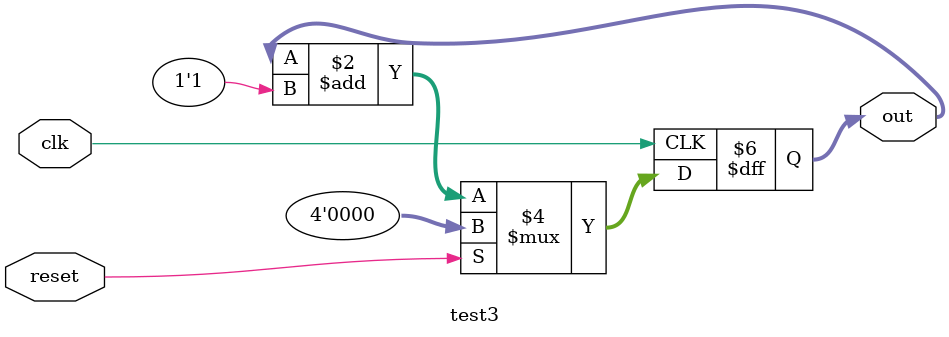
<source format=v>
`timescale 1ns/1ns
module test3(out,reset,clk);
input reset,clk;
output[3:0] out;
reg[3:0] out;

always @(posedge clk)
begin
if (reset)
out<=0; //同步复位
else
out<=out+1'b1; //计数
end
endmodule

</source>
